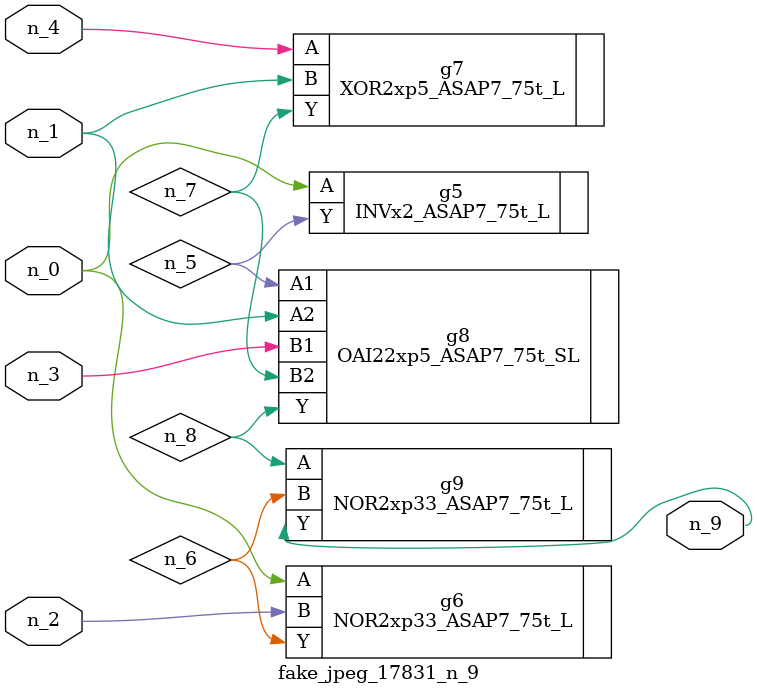
<source format=v>
module fake_jpeg_17831_n_9 (n_3, n_2, n_1, n_0, n_4, n_9);

input n_3;
input n_2;
input n_1;
input n_0;
input n_4;

output n_9;

wire n_8;
wire n_6;
wire n_5;
wire n_7;

INVx2_ASAP7_75t_L g5 ( 
.A(n_0),
.Y(n_5)
);

NOR2xp33_ASAP7_75t_L g6 ( 
.A(n_0),
.B(n_2),
.Y(n_6)
);

XOR2xp5_ASAP7_75t_L g7 ( 
.A(n_4),
.B(n_1),
.Y(n_7)
);

OAI22xp5_ASAP7_75t_SL g8 ( 
.A1(n_5),
.A2(n_1),
.B1(n_3),
.B2(n_7),
.Y(n_8)
);

NOR2xp33_ASAP7_75t_L g9 ( 
.A(n_8),
.B(n_6),
.Y(n_9)
);


endmodule
</source>
